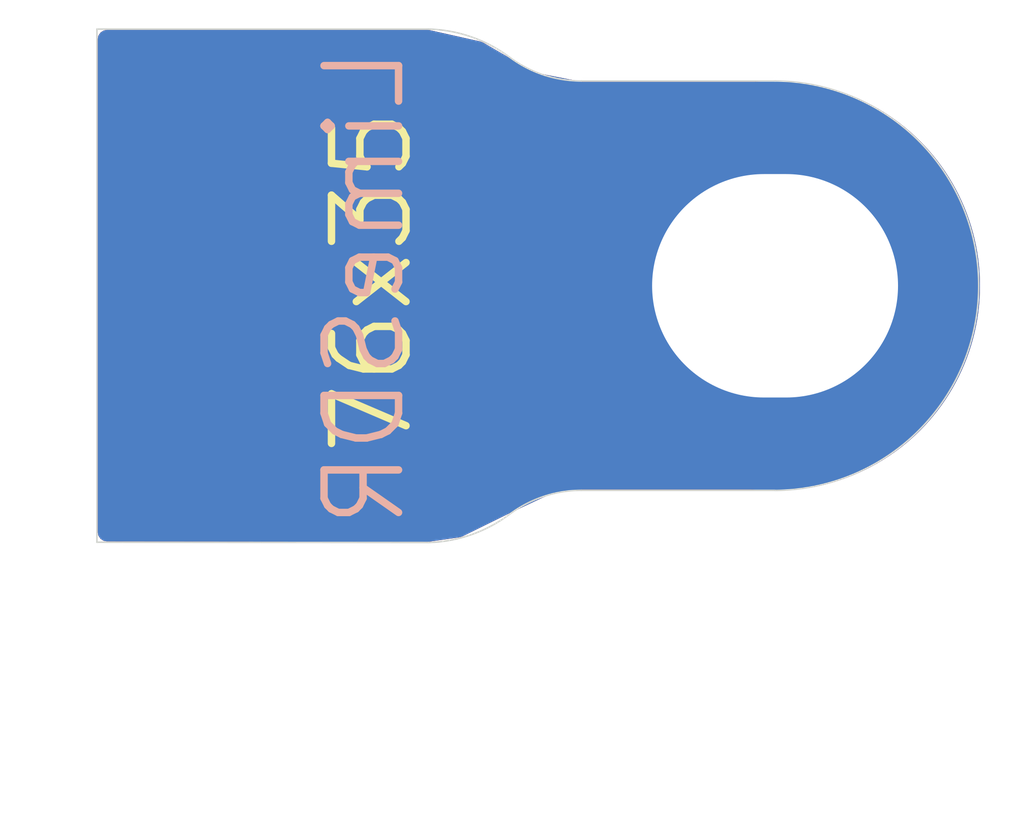
<source format=kicad_pcb>
(kicad_pcb (version 4) (host pcbnew "(2016-07-22 BZR 6991, Git 146a78a)-product")

  (general
    (links 0)
    (no_connects 0)
    (area -15.078333 -5.7275 3.360001 9.129958)
    (thickness 1.6)
    (drawings 3)
    (tracks 0)
    (zones 0)
    (modules 1)
    (nets 2)
  )

  (page A4)
  (layers
    (0 F.Cu signal)
    (31 B.Cu signal)
    (32 B.Adhes user)
    (33 F.Adhes user)
    (34 B.Paste user)
    (35 F.Paste user)
    (36 B.SilkS user)
    (37 F.SilkS user)
    (38 B.Mask user)
    (39 F.Mask user)
    (40 Dwgs.User user)
    (41 Cmts.User user)
    (42 Eco1.User user)
    (43 Eco2.User user)
    (44 Edge.Cuts user)
    (45 Margin user)
    (46 B.CrtYd user)
    (47 F.CrtYd user)
    (48 B.Fab user)
    (49 F.Fab user)
  )

  (setup
    (last_trace_width 0.25)
    (trace_clearance 0)
    (zone_clearance 0)
    (zone_45_only no)
    (trace_min 0.2)
    (segment_width 0.5)
    (edge_width 0.15)
    (via_size 0.6)
    (via_drill 0.4)
    (via_min_size 0.4)
    (via_min_drill 0.3)
    (uvia_size 0.3)
    (uvia_drill 0.1)
    (uvias_allowed no)
    (uvia_min_size 0.2)
    (uvia_min_drill 0.1)
    (pcb_text_width 0.3)
    (pcb_text_size 1.5 1.5)
    (mod_edge_width 0.15)
    (mod_text_size 1 1)
    (mod_text_width 0.15)
    (pad_size 5.5 5.5)
    (pad_drill 3.3)
    (pad_to_mask_clearance 0)
    (aux_axis_origin -9.21 -3.68)
    (visible_elements 7FFFFFFF)
    (pcbplotparams
      (layerselection 0x010f0_ffffffff)
      (usegerberextensions true)
      (excludeedgelayer true)
      (linewidth 0.150000)
      (plotframeref false)
      (viasonmask false)
      (mode 1)
      (useauxorigin true)
      (hpglpennumber 1)
      (hpglpenspeed 20)
      (hpglpendiameter 15)
      (psnegative false)
      (psa4output false)
      (plotreference false)
      (plotvalue false)
      (plotinvisibletext false)
      (padsonsilk false)
      (subtractmaskfromsilk true)
      (outputformat 1)
      (mirror false)
      (drillshape 0)
      (scaleselection 1)
      (outputdirectory Gerber/20160819_tabs/))
  )

  (net 0 "")
  (net 1 GND)

  (net_class Default "This is the default net class."
    (clearance 0)
    (trace_width 0.25)
    (via_dia 0.6)
    (via_drill 0.4)
    (uvia_dia 0.3)
    (uvia_drill 0.1)
    (add_net GND)
  )

  (module Ohisja:tab_76x40 (layer F.Cu) (tedit 57ABAAA4) (tstamp 5769AEEB)
    (at 0 0)
    (path /5769ACE4)
    (fp_text reference P1 (at -10.7 -4.97) (layer F.SilkS) hide
      (effects (font (size 1 1) (thickness 0.15)))
    )
    (fp_text value CONN_01X01 (at -10.17 4.85) (layer F.Fab) hide
      (effects (font (size 1 1) (thickness 0.15)))
    )
    (fp_text user "76 mm" (at -10.28 -7.78) (layer F.SilkS) hide
      (effects (font (size 2 2) (thickness 0.5)))
    )
    (fp_arc (start 0 -0.001226) (end 0 -2.75) (angle 180) (layer Edge.Cuts) (width 0.02))
    (fp_arc (start -2.6 4.349706) (end -3.55 3.058063) (angle 36.33438316) (layer Edge.Cuts) (width 0.02))
    (fp_arc (start -4.698313 -1.553591) (end -4.652118 -3.446725) (angle 35.17359225) (layer Edge.Cuts) (width 0.02))
    (fp_line (start -9.1 3.443275) (end -4.651552 3.447548) (layer Edge.Cuts) (width 0.02))
    (fp_line (start -9.1 -3.446725) (end -9.1 3.443275) (layer Edge.Cuts) (width 0.02))
    (fp_line (start -4.652118 -3.446725) (end -9.1 -3.446725) (layer Edge.Cuts) (width 0.02))
    (fp_line (start -2.6 2.746322) (end 0 2.746322) (layer Edge.Cuts) (width 0.02))
    (fp_line (start 0 -2.75) (end -2.6 -2.75) (layer Edge.Cuts) (width 0.02))
    (fp_arc (start -2.603369 -4.352158) (end -2.6 -2.75) (angle 37.22928052) (layer Edge.Cuts) (width 0.02))
    (fp_arc (start -4.7 1.558063) (end -3.55 3.058063) (angle 36.00738739) (layer Edge.Cuts) (width 0.02))
    (fp_text user encl. (at 0.28 -7.9) (layer F.SilkS) hide
      (effects (font (size 2 2) (thickness 0.5)))
    )
    (pad 1 thru_hole circle (at 0 0) (size 5.5 5.5) (drill oval 3.3 3) (layers *.Cu *.Mask)
      (net 1 GND))
  )

  (gr_text LimeSDR (at -5.51 0.02 90) (layer B.SilkS) (tstamp 57B5F8DB)
    (effects (font (size 1 1) (thickness 0.1)) (justify mirror))
  )
  (gr_text 76x35 (at -5.41 -0.05 90) (layer F.SilkS)
    (effects (font (size 1 1) (thickness 0.1)))
  )
  (dimension 9.100049 (width 0.3) (layer Dwgs.User)
    (gr_text "9.100 mm" (at -4.575549 7.734957 -0.1888865009) (layer Dwgs.User)
      (effects (font (size 1.5 1.5) (thickness 0.3)))
    )
    (feature1 (pts (xy -9.1 -0.03) (xy -9.13 9.06995)))
    (feature2 (pts (xy 0 0) (xy -0.03 9.09995)))
    (crossbar (pts (xy -0.021099 6.399965) (xy -9.121099 6.369965)))
    (arrow1a (pts (xy -9.121099 6.369965) (xy -7.992668 5.787261)))
    (arrow1b (pts (xy -9.121099 6.369965) (xy -7.996535 6.960096)))
    (arrow2a (pts (xy -0.021099 6.399965) (xy -1.145663 5.809834)))
    (arrow2b (pts (xy -0.021099 6.399965) (xy -1.14953 6.982669)))
  )

  (zone (net 0) (net_name "") (layer B.Mask) (tstamp 5782679E) (hatch edge 0.508)
    (connect_pads (clearance 0))
    (min_thickness 0.254)
    (fill yes (arc_segments 16) (thermal_gap 0.508) (thermal_bridge_width 0.508))
    (polygon
      (pts
        (xy -9.083005 3.67) (xy -6.923005 3.67) (xy -6.943005 -3.59) (xy -9.103005 -3.59)
      )
    )
    (filled_polygon
      (pts
        (xy -7.050356 3.543) (xy -8.956354 3.543) (xy -8.975654 -3.463) (xy -7.069656 -3.463)
      )
    )
  )
  (zone (net 0) (net_name "") (layer F.Mask) (tstamp 57ABAE6F) (hatch edge 0.508)
    (connect_pads (clearance 0))
    (min_thickness 0.254)
    (fill yes (arc_segments 16) (thermal_gap 0.508) (thermal_bridge_width 0.508))
    (polygon
      (pts
        (xy -9.083409 3.666033) (xy -6.923409 3.666033) (xy -6.943409 -3.593967) (xy -9.103409 -3.593967)
      )
    )
    (filled_polygon
      (pts
        (xy -7.05076 3.539033) (xy -8.956758 3.539033) (xy -8.976058 -3.466967) (xy -7.07006 -3.466967)
      )
    )
  )
  (zone (net 1) (net_name GND) (layer F.Cu) (tstamp 0) (hatch edge 0.508)
    (connect_pads yes (clearance 0))
    (min_thickness 0.254)
    (fill yes (arc_segments 16) (thermal_gap 0.508) (thermal_bridge_width 0.508))
    (polygon
      (pts
        (xy -9.39 -3.71) (xy 3.03 -3.83) (xy 3.36 4.61) (xy -9.37 4.28)
      )
    )
    (filled_polygon
      (pts
        (xy -3.981837 -3.155905) (xy -3.638987 -2.956084) (xy -3.638421 -2.955889) (xy -3.637971 -2.955498) (xy -3.281346 -2.751718)
        (xy -3.260321 -2.744686) (xy -3.239821 -2.736245) (xy -2.626445 -2.615576) (xy -2.613092 -2.615604) (xy -2.6 -2.613)
        (xy -0.013495 -2.613) (xy 0.998457 -2.41171) (xy 1.844907 -1.84613) (xy 2.410484 -0.999683) (xy 2.60909 -0.001226)
        (xy 2.410484 0.997231) (xy 1.844907 1.843678) (xy 0.998457 2.409258) (xy -0.007332 2.609322) (xy -2.6 2.609322)
        (xy -2.608181 2.610949) (xy -2.616499 2.610319) (xy -2.999894 2.656831) (xy -3.020463 2.663581) (xy -3.041476 2.668755)
        (xy -3.608082 2.933984) (xy -3.609201 2.934807) (xy -3.610542 2.935166) (xy -4.252636 3.25148) (xy -4.661336 3.310538)
        (xy -8.963 3.306406) (xy -8.963 -3.309725) (xy -4.667302 -3.309725)
      )
    )
  )
  (zone (net 1) (net_name GND) (layer B.Cu) (tstamp 57ABAE78) (hatch edge 0.508)
    (connect_pads yes (clearance 0))
    (min_thickness 0.254)
    (fill yes (arc_segments 16) (thermal_gap 0.508) (thermal_bridge_width 0.508))
    (polygon
      (pts
        (xy -9.39 -3.73) (xy 3.03 -3.837374) (xy 3.36 4.602626) (xy -9.37 4.272626)
      )
    )
    (filled_polygon
      (pts
        (xy -3.981837 -3.155905) (xy -3.638987 -2.956084) (xy -3.638421 -2.955889) (xy -3.637971 -2.955498) (xy -3.281346 -2.751718)
        (xy -3.260321 -2.744686) (xy -3.239821 -2.736245) (xy -2.626445 -2.615576) (xy -2.613092 -2.615604) (xy -2.6 -2.613)
        (xy -0.013495 -2.613) (xy 0.998457 -2.41171) (xy 1.844907 -1.84613) (xy 2.410484 -0.999683) (xy 2.60909 -0.001226)
        (xy 2.410484 0.997231) (xy 1.844907 1.843678) (xy 0.998457 2.409258) (xy -0.007332 2.609322) (xy -2.6 2.609322)
        (xy -2.608181 2.610949) (xy -2.616499 2.610319) (xy -2.999894 2.656831) (xy -3.020463 2.663581) (xy -3.041476 2.668755)
        (xy -3.608082 2.933984) (xy -3.609201 2.934807) (xy -3.610542 2.935166) (xy -4.252636 3.25148) (xy -4.661336 3.310538)
        (xy -8.963 3.306406) (xy -8.963 -3.309725) (xy -4.667302 -3.309725)
      )
    )
  )
)

</source>
